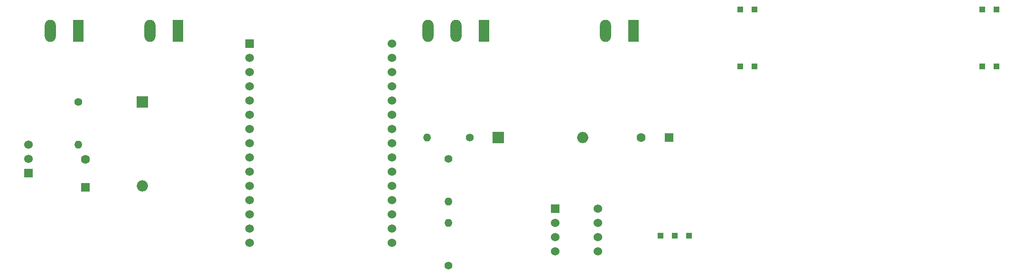
<source format=gts>
%TF.GenerationSoftware,KiCad,Pcbnew,(5.1.9)-1*%
%TF.CreationDate,2021-05-17T17:45:37-07:00*%
%TF.ProjectId,Senior Project,53656e69-6f72-4205-9072-6f6a6563742e,rev?*%
%TF.SameCoordinates,Original*%
%TF.FileFunction,Soldermask,Top*%
%TF.FilePolarity,Negative*%
%FSLAX46Y46*%
G04 Gerber Fmt 4.6, Leading zero omitted, Abs format (unit mm)*
G04 Created by KiCad (PCBNEW (5.1.9)-1) date 2021-05-17 17:45:37*
%MOMM*%
%LPD*%
G01*
G04 APERTURE LIST*
%ADD10R,1.100000X1.100000*%
%ADD11C,1.400000*%
%ADD12O,1.400000X1.400000*%
%ADD13R,1.600000X1.600000*%
%ADD14C,1.600000*%
%ADD15R,2.000000X2.000000*%
%ADD16O,2.000000X2.000000*%
%ADD17R,1.980000X3.960000*%
%ADD18O,1.980000X3.960000*%
%ADD19R,1.524000X1.524000*%
%ADD20C,1.524000*%
G04 APERTURE END LIST*
D10*
%TO.C,J9*%
X178816000Y-121666000D03*
%TD*%
D11*
%TO.C,1k*%
X138430000Y-127000000D03*
D12*
X138430000Y-119380000D03*
%TD*%
D13*
%TO.C,C1*%
X73660000Y-113030000D03*
D14*
X73660000Y-108030000D03*
%TD*%
D15*
%TO.C,C2*%
X83820000Y-97790000D03*
D16*
X83820000Y-112790000D03*
%TD*%
%TO.C,C3*%
X162320000Y-104140000D03*
D15*
X147320000Y-104140000D03*
%TD*%
D14*
%TO.C,C4*%
X172800000Y-104140000D03*
D13*
X177800000Y-104140000D03*
%TD*%
D10*
%TO.C,J1*%
X190500000Y-91440000D03*
%TD*%
D17*
%TO.C,J2*%
X72390000Y-85090000D03*
D18*
X67390000Y-85090000D03*
%TD*%
D17*
%TO.C,J3*%
X144780000Y-85090000D03*
D18*
X139780000Y-85090000D03*
X134780000Y-85090000D03*
%TD*%
D17*
%TO.C,J4*%
X171450000Y-85090000D03*
D18*
X166450000Y-85090000D03*
%TD*%
D17*
%TO.C,J5*%
X90170000Y-85090000D03*
D18*
X85170000Y-85090000D03*
%TD*%
D10*
%TO.C,J6*%
X233680000Y-81280000D03*
%TD*%
%TO.C,J7*%
X193040000Y-81280000D03*
%TD*%
%TO.C,J8*%
X181356000Y-121666000D03*
%TD*%
%TO.C,J10*%
X176276000Y-121666000D03*
%TD*%
D12*
%TO.C,R3*%
X72390000Y-105410000D03*
D11*
X72390000Y-97790000D03*
%TD*%
%TO.C,R4*%
X142240000Y-104140000D03*
D12*
X134620000Y-104140000D03*
%TD*%
%TO.C,R5*%
X138430000Y-115570000D03*
D11*
X138430000Y-107950000D03*
%TD*%
D19*
%TO.C,U1*%
X63500000Y-110490000D03*
D20*
X63500000Y-107950000D03*
X63500000Y-105410000D03*
%TD*%
%TO.C,U2*%
X128360001Y-87380001D03*
X128360001Y-89920001D03*
X128360001Y-92460001D03*
X128360001Y-95000001D03*
X128360001Y-97540001D03*
X128360001Y-100080001D03*
X128360001Y-102620001D03*
X128360001Y-105160001D03*
X128360001Y-107700001D03*
X128360001Y-110240001D03*
X128360001Y-112780001D03*
X128360001Y-115320001D03*
X128360001Y-117860001D03*
X128360001Y-120400001D03*
X128360001Y-122940001D03*
X102960001Y-122940001D03*
X102960001Y-120400001D03*
X102960001Y-117860001D03*
X102960001Y-115320001D03*
X102960001Y-112780001D03*
X102960001Y-110240001D03*
X102960001Y-107700001D03*
X102960001Y-105160001D03*
X102960001Y-102620001D03*
X102960001Y-100080001D03*
X102960001Y-97540001D03*
X102960001Y-95000001D03*
X102960001Y-92460001D03*
X102960001Y-89920001D03*
D19*
X102960001Y-87380001D03*
%TD*%
%TO.C,U4*%
X157480000Y-116840000D03*
D20*
X157480000Y-119380000D03*
X157480000Y-121920000D03*
X157480000Y-124460000D03*
X165100000Y-124460000D03*
X165100000Y-121920000D03*
X165100000Y-119380000D03*
X165100000Y-116840000D03*
%TD*%
D10*
%TO.C,J11*%
X190500000Y-81280000D03*
%TD*%
%TO.C,J12*%
X233680000Y-91440000D03*
%TD*%
%TO.C,J13*%
X193040000Y-91440000D03*
%TD*%
%TO.C,J14*%
X236220000Y-81280000D03*
%TD*%
%TO.C,J15*%
X236220000Y-91440000D03*
%TD*%
M02*

</source>
